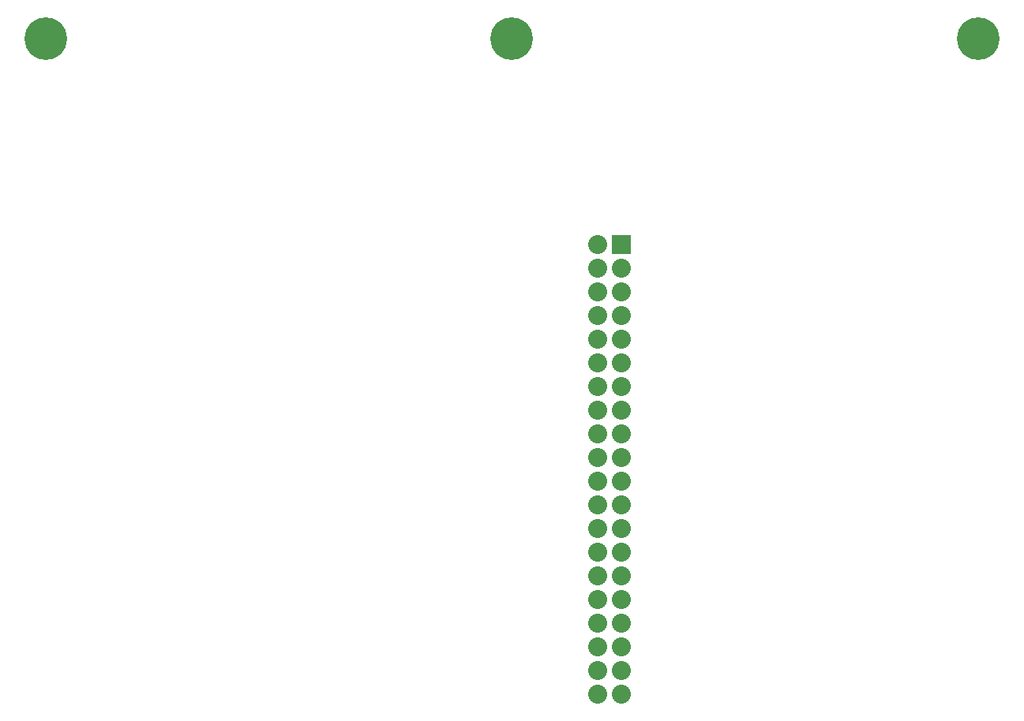
<source format=gts>
G04 (created by PCBNEW-RS274X (2012-01-19 BZR 3256)-stable) date 5/23/2012 10:45:28 AM*
G01*
G70*
G90*
%MOIN*%
G04 Gerber Fmt 3.4, Leading zero omitted, Abs format*
%FSLAX34Y34*%
G04 APERTURE LIST*
%ADD10C,0.006000*%
%ADD11C,0.180000*%
%ADD12R,0.080000X0.080000*%
%ADD13C,0.080000*%
G04 APERTURE END LIST*
G54D10*
G54D11*
X31362Y-08283D03*
X11677Y-08283D03*
G54D12*
X35997Y-16992D03*
G54D13*
X34997Y-16992D03*
X35997Y-21992D03*
X34997Y-17992D03*
X35997Y-22992D03*
X34997Y-18992D03*
X35997Y-23992D03*
X34997Y-19992D03*
X35997Y-24992D03*
X34997Y-20992D03*
X35997Y-25992D03*
X34997Y-21992D03*
X35997Y-26992D03*
X34997Y-22992D03*
X35997Y-27992D03*
X34997Y-23992D03*
X35997Y-28992D03*
X34997Y-24992D03*
X35997Y-29992D03*
X34997Y-25992D03*
X35997Y-30992D03*
X34997Y-26992D03*
X35997Y-31992D03*
X34997Y-27992D03*
X34997Y-28992D03*
X35997Y-32992D03*
X34997Y-29992D03*
X34997Y-31992D03*
X34997Y-32992D03*
X34997Y-33992D03*
X34997Y-34992D03*
X35997Y-33992D03*
X35997Y-34992D03*
X35997Y-17992D03*
X35997Y-18992D03*
X35997Y-19992D03*
X35997Y-20992D03*
X35997Y-35992D03*
X34997Y-35992D03*
X34997Y-30992D03*
G54D11*
X51047Y-08283D03*
M02*

</source>
